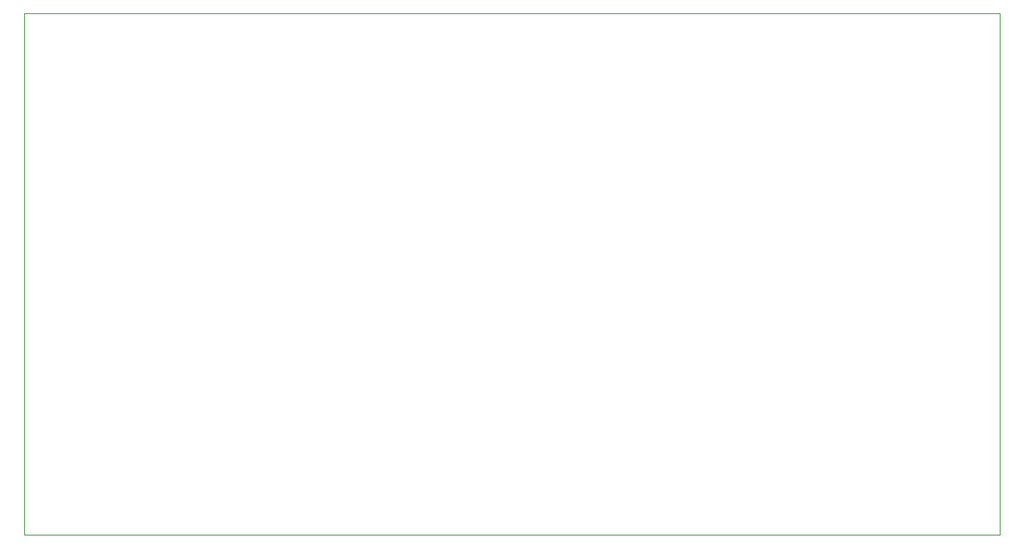
<source format=gbr>
%TF.GenerationSoftware,KiCad,Pcbnew,9.0.2-9.0.2-0~ubuntu24.04.1*%
%TF.CreationDate,2025-10-22T08:36:29+03:00*%
%TF.ProjectId,atlas-test-task,61746c61-732d-4746-9573-742d7461736b,rev?*%
%TF.SameCoordinates,Original*%
%TF.FileFunction,Profile,NP*%
%FSLAX46Y46*%
G04 Gerber Fmt 4.6, Leading zero omitted, Abs format (unit mm)*
G04 Created by KiCad (PCBNEW 9.0.2-9.0.2-0~ubuntu24.04.1) date 2025-10-22 08:36:29*
%MOMM*%
%LPD*%
G01*
G04 APERTURE LIST*
%TA.AperFunction,Profile*%
%ADD10C,0.050000*%
%TD*%
G04 APERTURE END LIST*
D10*
X61000000Y-66000000D02*
X166500000Y-66000000D01*
X166500000Y-122500000D01*
X61000000Y-122500000D01*
X61000000Y-66000000D01*
M02*

</source>
